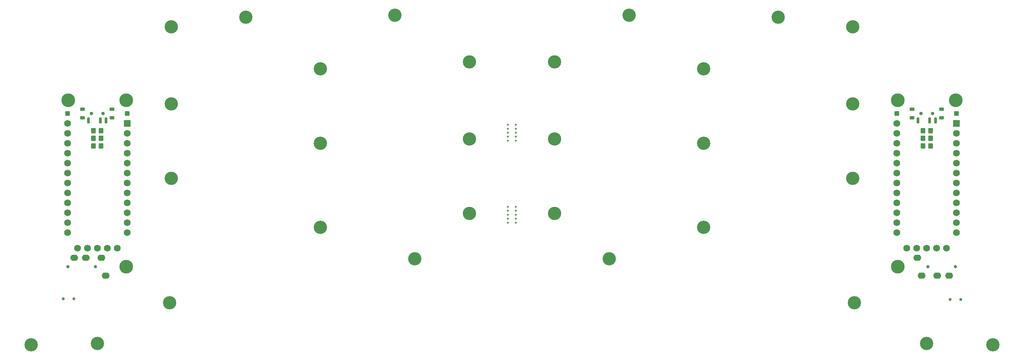
<source format=gbs>
%TF.GenerationSoftware,KiCad,Pcbnew,7.0.7-2.fc38*%
%TF.CreationDate,2023-10-05T15:26:07+05:30*%
%TF.ProjectId,tako,74616b6f-2e6b-4696-9361-645f70636258,rev?*%
%TF.SameCoordinates,Original*%
%TF.FileFunction,Soldermask,Bot*%
%TF.FilePolarity,Negative*%
%FSLAX46Y46*%
G04 Gerber Fmt 4.6, Leading zero omitted, Abs format (unit mm)*
G04 Created by KiCad (PCBNEW 7.0.7-2.fc38) date 2023-10-05 15:26:07*
%MOMM*%
%LPD*%
G01*
G04 APERTURE LIST*
G04 Aperture macros list*
%AMRoundRect*
0 Rectangle with rounded corners*
0 $1 Rounding radius*
0 $2 $3 $4 $5 $6 $7 $8 $9 X,Y pos of 4 corners*
0 Add a 4 corners polygon primitive as box body*
4,1,4,$2,$3,$4,$5,$6,$7,$8,$9,$2,$3,0*
0 Add four circle primitives for the rounded corners*
1,1,$1+$1,$2,$3*
1,1,$1+$1,$4,$5*
1,1,$1+$1,$6,$7*
1,1,$1+$1,$8,$9*
0 Add four rect primitives between the rounded corners*
20,1,$1+$1,$2,$3,$4,$5,0*
20,1,$1+$1,$4,$5,$6,$7,0*
20,1,$1+$1,$6,$7,$8,$9,0*
20,1,$1+$1,$8,$9,$2,$3,0*%
G04 Aperture macros list end*
%ADD10RoundRect,0.312500X-0.312500X-0.312500X0.312500X-0.312500X0.312500X0.312500X-0.312500X0.312500X0*%
%ADD11C,3.400000*%
%ADD12C,0.750000*%
%ADD13C,0.500000*%
%ADD14C,3.500000*%
%ADD15C,0.800000*%
%ADD16O,2.000000X1.600000*%
%ADD17RoundRect,0.312500X0.312500X0.312500X-0.312500X0.312500X-0.312500X-0.312500X0.312500X-0.312500X0*%
%ADD18C,1.752600*%
%ADD19RoundRect,0.120000X-0.480000X-0.280000X0.480000X-0.280000X0.480000X0.280000X-0.480000X0.280000X0*%
%ADD20C,0.900000*%
%ADD21RoundRect,0.105000X-0.245000X-0.645000X0.245000X-0.645000X0.245000X0.645000X-0.245000X0.645000X0*%
%ADD22RoundRect,0.250000X0.350000X0.450000X-0.350000X0.450000X-0.350000X-0.450000X0.350000X-0.450000X0*%
%ADD23RoundRect,0.250000X-0.350000X-0.450000X0.350000X-0.450000X0.350000X0.450000X-0.350000X0.450000X0*%
%ADD24R,1.752600X1.752600*%
G04 APERTURE END LIST*
D10*
%TO.C,BAT_HOLE-101*%
X38155480Y-57819423D03*
%TD*%
D11*
%TO.C,H103*%
X140906339Y-83435489D03*
%TD*%
%TO.C,H1*%
X162639543Y-44666058D03*
%TD*%
%TO.C,H102*%
X140906350Y-64385490D03*
%TD*%
D12*
%TO.C,RSW1*%
X266490971Y-105420627D03*
X263740971Y-105420627D03*
%TD*%
D11*
%TO.C,H18*%
X45829990Y-116671093D03*
%TD*%
D13*
%TO.C,mouse-bite-2mm-slot*%
X150753549Y-60678491D03*
X150753549Y-61694491D03*
X150753549Y-62710491D03*
X150753549Y-63726491D03*
X150753549Y-64742491D03*
X152785549Y-60678491D03*
X152785549Y-61694491D03*
X152785549Y-62710491D03*
X152785549Y-63726491D03*
X152785549Y-64742491D03*
%TD*%
D10*
%TO.C,BAT_HOLE+1*%
X250116908Y-57819421D03*
%TD*%
D11*
%TO.C,H9*%
X219789549Y-33166058D03*
%TD*%
%TO.C,H110*%
X64706339Y-35666056D03*
%TD*%
D14*
%TO.C,H115*%
X53181889Y-54480531D03*
%TD*%
D11*
%TO.C,H108*%
X102806338Y-86959989D03*
%TD*%
%TO.C,H10*%
X238839551Y-35666058D03*
%TD*%
D14*
%TO.C,H17*%
X250364002Y-97039421D03*
%TD*%
D11*
%TO.C,H105*%
X126906338Y-94960499D03*
%TD*%
%TO.C,H13*%
X239297894Y-106243092D03*
%TD*%
%TO.C,H2*%
X162639541Y-64385492D03*
%TD*%
%TO.C,H112*%
X64706342Y-74434994D03*
%TD*%
%TO.C,H5*%
X176639550Y-94960499D03*
%TD*%
%TO.C,H113*%
X64247990Y-106243093D03*
%TD*%
D14*
%TO.C,H116*%
X38400564Y-54480077D03*
%TD*%
D11*
%TO.C,H104*%
X121856340Y-32666056D03*
%TD*%
%TO.C,H107*%
X102806347Y-65434996D03*
%TD*%
D14*
%TO.C,H15*%
X250364001Y-54480531D03*
%TD*%
D15*
%TO.C,J1*%
X265065975Y-97039423D03*
X258065975Y-97039423D03*
D16*
X255365975Y-94739423D03*
X263465975Y-99339423D03*
X260465975Y-99339423D03*
X256465975Y-99339423D03*
%TD*%
D11*
%TO.C,H14*%
X274694073Y-117014750D03*
%TD*%
%TO.C,H114*%
X28851834Y-117014598D03*
%TD*%
D14*
%TO.C,H117*%
X53181888Y-97039423D03*
%TD*%
D11*
%TO.C,H12*%
X238839549Y-74434995D03*
%TD*%
%TO.C,H6*%
X200739542Y-46384998D03*
%TD*%
D13*
%TO.C,mouse-bite-2mm-slot*%
X150753551Y-81678492D03*
X150753551Y-82694492D03*
X150753551Y-83710492D03*
X150753551Y-84726492D03*
X150753551Y-85742492D03*
X152785551Y-81678492D03*
X152785551Y-82694492D03*
X152785551Y-83710492D03*
X152785551Y-84726492D03*
X152785551Y-85742492D03*
%TD*%
D11*
%TO.C,H101*%
X140906345Y-44666058D03*
%TD*%
D17*
%TO.C,BAT_HOLE+101*%
X53428978Y-57819423D03*
%TD*%
D11*
%TO.C,H4*%
X181689545Y-32666057D03*
%TD*%
%TO.C,H11*%
X238839549Y-55384995D03*
%TD*%
D18*
%TO.C,DISP1*%
X252674330Y-92332635D03*
X255214330Y-92332635D03*
X257754330Y-92332635D03*
X260294330Y-92332635D03*
X262834330Y-92332635D03*
%TD*%
%TO.C,DISP101*%
X40711557Y-92332635D03*
X43251557Y-92332635D03*
X45791557Y-92332635D03*
X48331557Y-92332635D03*
X50871557Y-92332635D03*
%TD*%
D11*
%TO.C,H109*%
X83756337Y-33166058D03*
%TD*%
D14*
%TO.C,H16*%
X265145326Y-54480079D03*
%TD*%
D11*
%TO.C,H7*%
X200739541Y-65434995D03*
%TD*%
D17*
%TO.C,BAT_HOLE-1*%
X265390409Y-57819423D03*
%TD*%
D15*
%TO.C,J101*%
X38262468Y-97030596D03*
X45262468Y-97030596D03*
D16*
X47962468Y-99330596D03*
X39862468Y-94730596D03*
X42862468Y-94730596D03*
X46862468Y-94730596D03*
%TD*%
D12*
%TO.C,RSW101*%
X37062468Y-105230596D03*
X39812468Y-105230596D03*
%TD*%
D11*
%TO.C,H111*%
X64706336Y-55384996D03*
%TD*%
%TO.C,H3*%
X162639550Y-83435488D03*
%TD*%
%TO.C,H19*%
X257715972Y-116670626D03*
%TD*%
%TO.C,H8*%
X200739548Y-86959992D03*
%TD*%
%TO.C,H106*%
X102806346Y-46384994D03*
%TD*%
D19*
%TO.C,PSW1*%
X254004580Y-56712138D03*
X254004580Y-58922138D03*
D20*
X256254580Y-57812138D03*
X259254580Y-57812138D03*
D19*
X261504580Y-56712138D03*
X261504580Y-58922138D03*
D21*
X255504580Y-59572138D03*
X258504580Y-59572138D03*
X260004580Y-59572138D03*
%TD*%
D22*
%TO.C,R101*%
X46773372Y-62242136D03*
X44773372Y-62242136D03*
%TD*%
D19*
%TO.C,PSW101*%
X42041307Y-56712135D03*
X42041307Y-58922135D03*
D20*
X44291307Y-57812135D03*
X47291307Y-57812135D03*
D19*
X49541307Y-56712135D03*
X49541307Y-58922135D03*
D21*
X43541307Y-59572135D03*
X46541307Y-59572135D03*
X48041307Y-59572135D03*
%TD*%
D23*
%TO.C,R102*%
X44773374Y-64192135D03*
X46773374Y-64192135D03*
%TD*%
D24*
%TO.C,U1*%
X265374575Y-60373659D03*
D18*
X265374575Y-62913659D03*
X265374575Y-65453659D03*
X265374575Y-67993659D03*
X265374575Y-70533659D03*
X265374575Y-73073659D03*
X265374575Y-75613659D03*
X265374575Y-78153659D03*
X265374575Y-80693659D03*
X265374575Y-83233659D03*
X265374575Y-85773659D03*
X265374575Y-88313659D03*
X250134575Y-88313659D03*
X250134575Y-85773659D03*
X250134575Y-83233659D03*
X250134575Y-80693659D03*
X250134575Y-78153659D03*
X250134575Y-75613659D03*
X250134575Y-73073659D03*
X250134575Y-70533659D03*
X250134575Y-67993659D03*
X250134575Y-65453659D03*
X250134575Y-62913659D03*
X250134575Y-60373659D03*
%TD*%
D22*
%TO.C,R3*%
X258772518Y-66142134D03*
X256772518Y-66142134D03*
%TD*%
D24*
%TO.C,U101*%
X53411311Y-60373658D03*
D18*
X53411311Y-62913658D03*
X53411311Y-65453658D03*
X53411311Y-67993658D03*
X53411311Y-70533658D03*
X53411311Y-73073658D03*
X53411311Y-75613658D03*
X53411311Y-78153658D03*
X53411311Y-80693658D03*
X53411311Y-83233658D03*
X53411311Y-85773658D03*
X53411311Y-88313658D03*
X38171311Y-88313658D03*
X38171311Y-85773658D03*
X38171311Y-83233658D03*
X38171311Y-80693658D03*
X38171311Y-78153658D03*
X38171311Y-75613658D03*
X38171311Y-73073658D03*
X38171311Y-70533658D03*
X38171311Y-67993658D03*
X38171311Y-65453658D03*
X38171311Y-62913658D03*
X38171311Y-60373658D03*
%TD*%
D22*
%TO.C,R2*%
X258772513Y-64192137D03*
X256772513Y-64192137D03*
%TD*%
D23*
%TO.C,R1*%
X256772514Y-62242136D03*
X258772514Y-62242136D03*
%TD*%
%TO.C,R103*%
X44773372Y-66142134D03*
X46773372Y-66142134D03*
%TD*%
M02*

</source>
